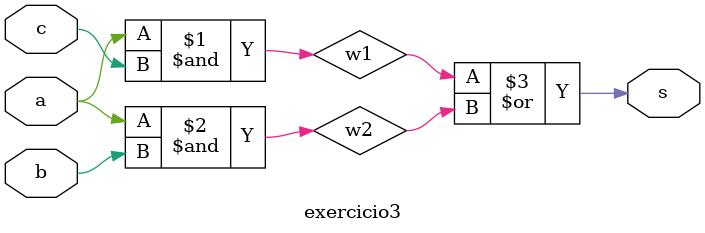
<source format=sv>
module exercicio3(
    input logic a, b, c,
    output logic s
);
    logic w1, w2;

    assign w1 = a & c;
    assign w2 = a & b;
    assign s = w1 | w2;
endmodule
</source>
